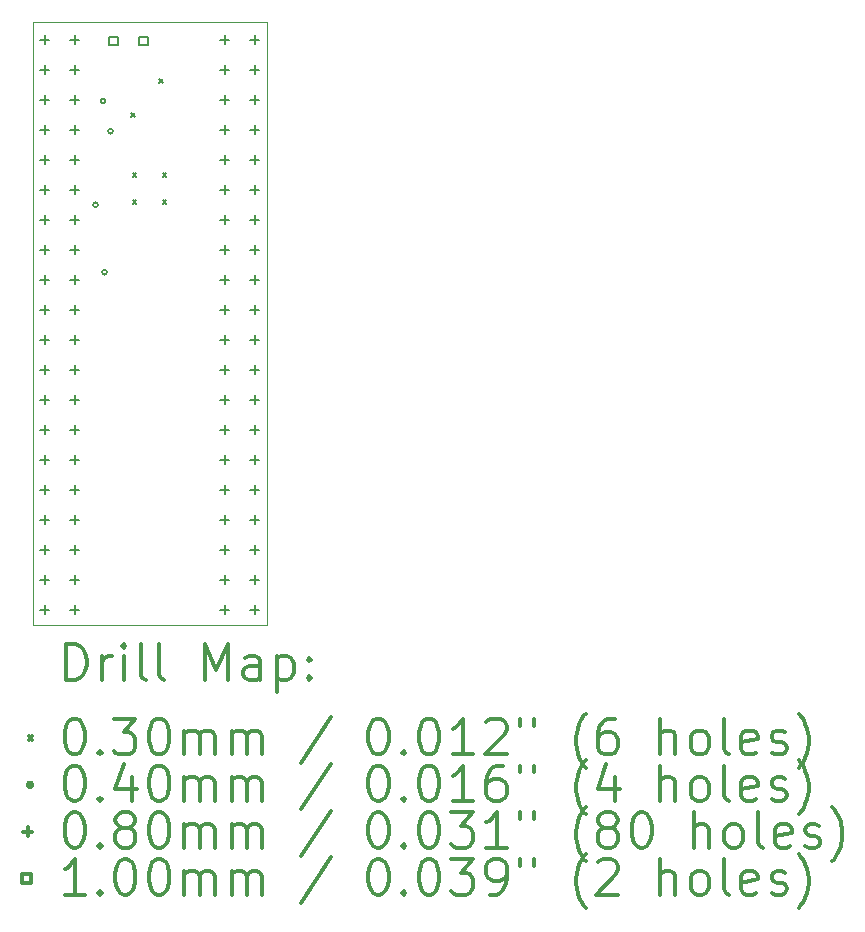
<source format=gbr>
%FSLAX45Y45*%
G04 Gerber Fmt 4.5, Leading zero omitted, Abs format (unit mm)*
G04 Created by KiCad (PCBNEW (5.1.2)-1) date 2020-03-13 04:35:33*
%MOMM*%
%LPD*%
G04 APERTURE LIST*
%ADD10C,0.010000*%
%ADD11C,0.200000*%
%ADD12C,0.300000*%
G04 APERTURE END LIST*
D10*
X7772400Y-4927600D02*
X7772400Y-10033000D01*
X9753600Y-10033000D02*
X7772400Y-10033000D01*
X9753600Y-4927600D02*
X9753600Y-10033000D01*
X7772400Y-4927600D02*
X9753600Y-4927600D01*
D11*
X8608300Y-5700000D02*
X8638300Y-5730000D01*
X8638300Y-5700000D02*
X8608300Y-5730000D01*
X8621000Y-6208000D02*
X8651000Y-6238000D01*
X8651000Y-6208000D02*
X8621000Y-6238000D01*
X8621000Y-6437500D02*
X8651000Y-6467500D01*
X8651000Y-6437500D02*
X8621000Y-6467500D01*
X8843250Y-5414250D02*
X8873250Y-5444250D01*
X8873250Y-5414250D02*
X8843250Y-5444250D01*
X8875000Y-6208000D02*
X8905000Y-6238000D01*
X8905000Y-6208000D02*
X8875000Y-6238000D01*
X8875450Y-6437050D02*
X8905450Y-6467050D01*
X8905450Y-6437050D02*
X8875450Y-6467050D01*
X8325800Y-6477000D02*
G75*
G03X8325800Y-6477000I-20000J0D01*
G01*
X8389300Y-5600700D02*
G75*
G03X8389300Y-5600700I-20000J0D01*
G01*
X8402000Y-7048500D02*
G75*
G03X8402000Y-7048500I-20000J0D01*
G01*
X8452800Y-5854700D02*
G75*
G03X8452800Y-5854700I-20000J0D01*
G01*
X8128000Y-5040000D02*
X8128000Y-5120000D01*
X8088000Y-5080000D02*
X8168000Y-5080000D01*
X8128000Y-5294000D02*
X8128000Y-5374000D01*
X8088000Y-5334000D02*
X8168000Y-5334000D01*
X8128000Y-5548000D02*
X8128000Y-5628000D01*
X8088000Y-5588000D02*
X8168000Y-5588000D01*
X8128000Y-5802000D02*
X8128000Y-5882000D01*
X8088000Y-5842000D02*
X8168000Y-5842000D01*
X8128000Y-6056000D02*
X8128000Y-6136000D01*
X8088000Y-6096000D02*
X8168000Y-6096000D01*
X8128000Y-6310000D02*
X8128000Y-6390000D01*
X8088000Y-6350000D02*
X8168000Y-6350000D01*
X8128000Y-6564000D02*
X8128000Y-6644000D01*
X8088000Y-6604000D02*
X8168000Y-6604000D01*
X8128000Y-6818000D02*
X8128000Y-6898000D01*
X8088000Y-6858000D02*
X8168000Y-6858000D01*
X8128000Y-7072000D02*
X8128000Y-7152000D01*
X8088000Y-7112000D02*
X8168000Y-7112000D01*
X8128000Y-7326000D02*
X8128000Y-7406000D01*
X8088000Y-7366000D02*
X8168000Y-7366000D01*
X8128000Y-7580000D02*
X8128000Y-7660000D01*
X8088000Y-7620000D02*
X8168000Y-7620000D01*
X8128000Y-7834000D02*
X8128000Y-7914000D01*
X8088000Y-7874000D02*
X8168000Y-7874000D01*
X8128000Y-8088000D02*
X8128000Y-8168000D01*
X8088000Y-8128000D02*
X8168000Y-8128000D01*
X8128000Y-8342000D02*
X8128000Y-8422000D01*
X8088000Y-8382000D02*
X8168000Y-8382000D01*
X8128000Y-8596000D02*
X8128000Y-8676000D01*
X8088000Y-8636000D02*
X8168000Y-8636000D01*
X8128000Y-8850000D02*
X8128000Y-8930000D01*
X8088000Y-8890000D02*
X8168000Y-8890000D01*
X8128000Y-9104000D02*
X8128000Y-9184000D01*
X8088000Y-9144000D02*
X8168000Y-9144000D01*
X8128000Y-9358000D02*
X8128000Y-9438000D01*
X8088000Y-9398000D02*
X8168000Y-9398000D01*
X8128000Y-9612000D02*
X8128000Y-9692000D01*
X8088000Y-9652000D02*
X8168000Y-9652000D01*
X8128000Y-9866000D02*
X8128000Y-9946000D01*
X8088000Y-9906000D02*
X8168000Y-9906000D01*
X9652000Y-5040000D02*
X9652000Y-5120000D01*
X9612000Y-5080000D02*
X9692000Y-5080000D01*
X9652000Y-5294000D02*
X9652000Y-5374000D01*
X9612000Y-5334000D02*
X9692000Y-5334000D01*
X9652000Y-5548000D02*
X9652000Y-5628000D01*
X9612000Y-5588000D02*
X9692000Y-5588000D01*
X9652000Y-5802000D02*
X9652000Y-5882000D01*
X9612000Y-5842000D02*
X9692000Y-5842000D01*
X9652000Y-6056000D02*
X9652000Y-6136000D01*
X9612000Y-6096000D02*
X9692000Y-6096000D01*
X9652000Y-6310000D02*
X9652000Y-6390000D01*
X9612000Y-6350000D02*
X9692000Y-6350000D01*
X9652000Y-6564000D02*
X9652000Y-6644000D01*
X9612000Y-6604000D02*
X9692000Y-6604000D01*
X9652000Y-6818000D02*
X9652000Y-6898000D01*
X9612000Y-6858000D02*
X9692000Y-6858000D01*
X9652000Y-7072000D02*
X9652000Y-7152000D01*
X9612000Y-7112000D02*
X9692000Y-7112000D01*
X9652000Y-7326000D02*
X9652000Y-7406000D01*
X9612000Y-7366000D02*
X9692000Y-7366000D01*
X9652000Y-7580000D02*
X9652000Y-7660000D01*
X9612000Y-7620000D02*
X9692000Y-7620000D01*
X9652000Y-7834000D02*
X9652000Y-7914000D01*
X9612000Y-7874000D02*
X9692000Y-7874000D01*
X9652000Y-8088000D02*
X9652000Y-8168000D01*
X9612000Y-8128000D02*
X9692000Y-8128000D01*
X9652000Y-8342000D02*
X9652000Y-8422000D01*
X9612000Y-8382000D02*
X9692000Y-8382000D01*
X9652000Y-8596000D02*
X9652000Y-8676000D01*
X9612000Y-8636000D02*
X9692000Y-8636000D01*
X9652000Y-8850000D02*
X9652000Y-8930000D01*
X9612000Y-8890000D02*
X9692000Y-8890000D01*
X9652000Y-9104000D02*
X9652000Y-9184000D01*
X9612000Y-9144000D02*
X9692000Y-9144000D01*
X9652000Y-9358000D02*
X9652000Y-9438000D01*
X9612000Y-9398000D02*
X9692000Y-9398000D01*
X9652000Y-9612000D02*
X9652000Y-9692000D01*
X9612000Y-9652000D02*
X9692000Y-9652000D01*
X9652000Y-9866000D02*
X9652000Y-9946000D01*
X9612000Y-9906000D02*
X9692000Y-9906000D01*
X7874000Y-5040000D02*
X7874000Y-5120000D01*
X7834000Y-5080000D02*
X7914000Y-5080000D01*
X7874000Y-5294000D02*
X7874000Y-5374000D01*
X7834000Y-5334000D02*
X7914000Y-5334000D01*
X7874000Y-5548000D02*
X7874000Y-5628000D01*
X7834000Y-5588000D02*
X7914000Y-5588000D01*
X7874000Y-5802000D02*
X7874000Y-5882000D01*
X7834000Y-5842000D02*
X7914000Y-5842000D01*
X7874000Y-6056000D02*
X7874000Y-6136000D01*
X7834000Y-6096000D02*
X7914000Y-6096000D01*
X7874000Y-6310000D02*
X7874000Y-6390000D01*
X7834000Y-6350000D02*
X7914000Y-6350000D01*
X7874000Y-6564000D02*
X7874000Y-6644000D01*
X7834000Y-6604000D02*
X7914000Y-6604000D01*
X7874000Y-6818000D02*
X7874000Y-6898000D01*
X7834000Y-6858000D02*
X7914000Y-6858000D01*
X7874000Y-7072000D02*
X7874000Y-7152000D01*
X7834000Y-7112000D02*
X7914000Y-7112000D01*
X7874000Y-7326000D02*
X7874000Y-7406000D01*
X7834000Y-7366000D02*
X7914000Y-7366000D01*
X7874000Y-7580000D02*
X7874000Y-7660000D01*
X7834000Y-7620000D02*
X7914000Y-7620000D01*
X7874000Y-7834000D02*
X7874000Y-7914000D01*
X7834000Y-7874000D02*
X7914000Y-7874000D01*
X7874000Y-8088000D02*
X7874000Y-8168000D01*
X7834000Y-8128000D02*
X7914000Y-8128000D01*
X7874000Y-8342000D02*
X7874000Y-8422000D01*
X7834000Y-8382000D02*
X7914000Y-8382000D01*
X7874000Y-8596000D02*
X7874000Y-8676000D01*
X7834000Y-8636000D02*
X7914000Y-8636000D01*
X7874000Y-8850000D02*
X7874000Y-8930000D01*
X7834000Y-8890000D02*
X7914000Y-8890000D01*
X7874000Y-9104000D02*
X7874000Y-9184000D01*
X7834000Y-9144000D02*
X7914000Y-9144000D01*
X7874000Y-9358000D02*
X7874000Y-9438000D01*
X7834000Y-9398000D02*
X7914000Y-9398000D01*
X7874000Y-9612000D02*
X7874000Y-9692000D01*
X7834000Y-9652000D02*
X7914000Y-9652000D01*
X7874000Y-9866000D02*
X7874000Y-9946000D01*
X7834000Y-9906000D02*
X7914000Y-9906000D01*
X9398000Y-5040000D02*
X9398000Y-5120000D01*
X9358000Y-5080000D02*
X9438000Y-5080000D01*
X9398000Y-5294000D02*
X9398000Y-5374000D01*
X9358000Y-5334000D02*
X9438000Y-5334000D01*
X9398000Y-5548000D02*
X9398000Y-5628000D01*
X9358000Y-5588000D02*
X9438000Y-5588000D01*
X9398000Y-5802000D02*
X9398000Y-5882000D01*
X9358000Y-5842000D02*
X9438000Y-5842000D01*
X9398000Y-6056000D02*
X9398000Y-6136000D01*
X9358000Y-6096000D02*
X9438000Y-6096000D01*
X9398000Y-6310000D02*
X9398000Y-6390000D01*
X9358000Y-6350000D02*
X9438000Y-6350000D01*
X9398000Y-6564000D02*
X9398000Y-6644000D01*
X9358000Y-6604000D02*
X9438000Y-6604000D01*
X9398000Y-6818000D02*
X9398000Y-6898000D01*
X9358000Y-6858000D02*
X9438000Y-6858000D01*
X9398000Y-7072000D02*
X9398000Y-7152000D01*
X9358000Y-7112000D02*
X9438000Y-7112000D01*
X9398000Y-7326000D02*
X9398000Y-7406000D01*
X9358000Y-7366000D02*
X9438000Y-7366000D01*
X9398000Y-7580000D02*
X9398000Y-7660000D01*
X9358000Y-7620000D02*
X9438000Y-7620000D01*
X9398000Y-7834000D02*
X9398000Y-7914000D01*
X9358000Y-7874000D02*
X9438000Y-7874000D01*
X9398000Y-8088000D02*
X9398000Y-8168000D01*
X9358000Y-8128000D02*
X9438000Y-8128000D01*
X9398000Y-8342000D02*
X9398000Y-8422000D01*
X9358000Y-8382000D02*
X9438000Y-8382000D01*
X9398000Y-8596000D02*
X9398000Y-8676000D01*
X9358000Y-8636000D02*
X9438000Y-8636000D01*
X9398000Y-8850000D02*
X9398000Y-8930000D01*
X9358000Y-8890000D02*
X9438000Y-8890000D01*
X9398000Y-9104000D02*
X9398000Y-9184000D01*
X9358000Y-9144000D02*
X9438000Y-9144000D01*
X9398000Y-9358000D02*
X9398000Y-9438000D01*
X9358000Y-9398000D02*
X9438000Y-9398000D01*
X9398000Y-9612000D02*
X9398000Y-9692000D01*
X9358000Y-9652000D02*
X9438000Y-9652000D01*
X9398000Y-9866000D02*
X9398000Y-9946000D01*
X9358000Y-9906000D02*
X9438000Y-9906000D01*
X8493556Y-5128056D02*
X8493556Y-5057344D01*
X8422844Y-5057344D01*
X8422844Y-5128056D01*
X8493556Y-5128056D01*
X8747556Y-5128056D02*
X8747556Y-5057344D01*
X8676844Y-5057344D01*
X8676844Y-5128056D01*
X8747556Y-5128056D01*
D12*
X8058328Y-10499214D02*
X8058328Y-10199214D01*
X8129757Y-10199214D01*
X8172614Y-10213500D01*
X8201186Y-10242072D01*
X8215471Y-10270643D01*
X8229757Y-10327786D01*
X8229757Y-10370643D01*
X8215471Y-10427786D01*
X8201186Y-10456357D01*
X8172614Y-10484929D01*
X8129757Y-10499214D01*
X8058328Y-10499214D01*
X8358328Y-10499214D02*
X8358328Y-10299214D01*
X8358328Y-10356357D02*
X8372614Y-10327786D01*
X8386900Y-10313500D01*
X8415471Y-10299214D01*
X8444043Y-10299214D01*
X8544043Y-10499214D02*
X8544043Y-10299214D01*
X8544043Y-10199214D02*
X8529757Y-10213500D01*
X8544043Y-10227786D01*
X8558328Y-10213500D01*
X8544043Y-10199214D01*
X8544043Y-10227786D01*
X8729757Y-10499214D02*
X8701186Y-10484929D01*
X8686900Y-10456357D01*
X8686900Y-10199214D01*
X8886900Y-10499214D02*
X8858328Y-10484929D01*
X8844043Y-10456357D01*
X8844043Y-10199214D01*
X9229757Y-10499214D02*
X9229757Y-10199214D01*
X9329757Y-10413500D01*
X9429757Y-10199214D01*
X9429757Y-10499214D01*
X9701186Y-10499214D02*
X9701186Y-10342072D01*
X9686900Y-10313500D01*
X9658328Y-10299214D01*
X9601186Y-10299214D01*
X9572614Y-10313500D01*
X9701186Y-10484929D02*
X9672614Y-10499214D01*
X9601186Y-10499214D01*
X9572614Y-10484929D01*
X9558328Y-10456357D01*
X9558328Y-10427786D01*
X9572614Y-10399214D01*
X9601186Y-10384929D01*
X9672614Y-10384929D01*
X9701186Y-10370643D01*
X9844043Y-10299214D02*
X9844043Y-10599214D01*
X9844043Y-10313500D02*
X9872614Y-10299214D01*
X9929757Y-10299214D01*
X9958328Y-10313500D01*
X9972614Y-10327786D01*
X9986900Y-10356357D01*
X9986900Y-10442072D01*
X9972614Y-10470643D01*
X9958328Y-10484929D01*
X9929757Y-10499214D01*
X9872614Y-10499214D01*
X9844043Y-10484929D01*
X10115471Y-10470643D02*
X10129757Y-10484929D01*
X10115471Y-10499214D01*
X10101186Y-10484929D01*
X10115471Y-10470643D01*
X10115471Y-10499214D01*
X10115471Y-10313500D02*
X10129757Y-10327786D01*
X10115471Y-10342072D01*
X10101186Y-10327786D01*
X10115471Y-10313500D01*
X10115471Y-10342072D01*
X7741900Y-10978500D02*
X7771900Y-11008500D01*
X7771900Y-10978500D02*
X7741900Y-11008500D01*
X8115471Y-10829214D02*
X8144043Y-10829214D01*
X8172614Y-10843500D01*
X8186900Y-10857786D01*
X8201186Y-10886357D01*
X8215471Y-10943500D01*
X8215471Y-11014929D01*
X8201186Y-11072072D01*
X8186900Y-11100643D01*
X8172614Y-11114929D01*
X8144043Y-11129214D01*
X8115471Y-11129214D01*
X8086900Y-11114929D01*
X8072614Y-11100643D01*
X8058328Y-11072072D01*
X8044043Y-11014929D01*
X8044043Y-10943500D01*
X8058328Y-10886357D01*
X8072614Y-10857786D01*
X8086900Y-10843500D01*
X8115471Y-10829214D01*
X8344043Y-11100643D02*
X8358328Y-11114929D01*
X8344043Y-11129214D01*
X8329757Y-11114929D01*
X8344043Y-11100643D01*
X8344043Y-11129214D01*
X8458328Y-10829214D02*
X8644043Y-10829214D01*
X8544043Y-10943500D01*
X8586900Y-10943500D01*
X8615471Y-10957786D01*
X8629757Y-10972072D01*
X8644043Y-11000643D01*
X8644043Y-11072072D01*
X8629757Y-11100643D01*
X8615471Y-11114929D01*
X8586900Y-11129214D01*
X8501186Y-11129214D01*
X8472614Y-11114929D01*
X8458328Y-11100643D01*
X8829757Y-10829214D02*
X8858328Y-10829214D01*
X8886900Y-10843500D01*
X8901186Y-10857786D01*
X8915471Y-10886357D01*
X8929757Y-10943500D01*
X8929757Y-11014929D01*
X8915471Y-11072072D01*
X8901186Y-11100643D01*
X8886900Y-11114929D01*
X8858328Y-11129214D01*
X8829757Y-11129214D01*
X8801186Y-11114929D01*
X8786900Y-11100643D01*
X8772614Y-11072072D01*
X8758328Y-11014929D01*
X8758328Y-10943500D01*
X8772614Y-10886357D01*
X8786900Y-10857786D01*
X8801186Y-10843500D01*
X8829757Y-10829214D01*
X9058328Y-11129214D02*
X9058328Y-10929214D01*
X9058328Y-10957786D02*
X9072614Y-10943500D01*
X9101186Y-10929214D01*
X9144043Y-10929214D01*
X9172614Y-10943500D01*
X9186900Y-10972072D01*
X9186900Y-11129214D01*
X9186900Y-10972072D02*
X9201186Y-10943500D01*
X9229757Y-10929214D01*
X9272614Y-10929214D01*
X9301186Y-10943500D01*
X9315471Y-10972072D01*
X9315471Y-11129214D01*
X9458328Y-11129214D02*
X9458328Y-10929214D01*
X9458328Y-10957786D02*
X9472614Y-10943500D01*
X9501186Y-10929214D01*
X9544043Y-10929214D01*
X9572614Y-10943500D01*
X9586900Y-10972072D01*
X9586900Y-11129214D01*
X9586900Y-10972072D02*
X9601186Y-10943500D01*
X9629757Y-10929214D01*
X9672614Y-10929214D01*
X9701186Y-10943500D01*
X9715471Y-10972072D01*
X9715471Y-11129214D01*
X10301186Y-10814929D02*
X10044043Y-11200643D01*
X10686900Y-10829214D02*
X10715471Y-10829214D01*
X10744043Y-10843500D01*
X10758328Y-10857786D01*
X10772614Y-10886357D01*
X10786900Y-10943500D01*
X10786900Y-11014929D01*
X10772614Y-11072072D01*
X10758328Y-11100643D01*
X10744043Y-11114929D01*
X10715471Y-11129214D01*
X10686900Y-11129214D01*
X10658328Y-11114929D01*
X10644043Y-11100643D01*
X10629757Y-11072072D01*
X10615471Y-11014929D01*
X10615471Y-10943500D01*
X10629757Y-10886357D01*
X10644043Y-10857786D01*
X10658328Y-10843500D01*
X10686900Y-10829214D01*
X10915471Y-11100643D02*
X10929757Y-11114929D01*
X10915471Y-11129214D01*
X10901186Y-11114929D01*
X10915471Y-11100643D01*
X10915471Y-11129214D01*
X11115471Y-10829214D02*
X11144043Y-10829214D01*
X11172614Y-10843500D01*
X11186900Y-10857786D01*
X11201186Y-10886357D01*
X11215471Y-10943500D01*
X11215471Y-11014929D01*
X11201186Y-11072072D01*
X11186900Y-11100643D01*
X11172614Y-11114929D01*
X11144043Y-11129214D01*
X11115471Y-11129214D01*
X11086900Y-11114929D01*
X11072614Y-11100643D01*
X11058328Y-11072072D01*
X11044043Y-11014929D01*
X11044043Y-10943500D01*
X11058328Y-10886357D01*
X11072614Y-10857786D01*
X11086900Y-10843500D01*
X11115471Y-10829214D01*
X11501186Y-11129214D02*
X11329757Y-11129214D01*
X11415471Y-11129214D02*
X11415471Y-10829214D01*
X11386900Y-10872072D01*
X11358328Y-10900643D01*
X11329757Y-10914929D01*
X11615471Y-10857786D02*
X11629757Y-10843500D01*
X11658328Y-10829214D01*
X11729757Y-10829214D01*
X11758328Y-10843500D01*
X11772614Y-10857786D01*
X11786900Y-10886357D01*
X11786900Y-10914929D01*
X11772614Y-10957786D01*
X11601186Y-11129214D01*
X11786900Y-11129214D01*
X11901186Y-10829214D02*
X11901186Y-10886357D01*
X12015471Y-10829214D02*
X12015471Y-10886357D01*
X12458328Y-11243500D02*
X12444043Y-11229214D01*
X12415471Y-11186357D01*
X12401186Y-11157786D01*
X12386900Y-11114929D01*
X12372614Y-11043500D01*
X12372614Y-10986357D01*
X12386900Y-10914929D01*
X12401186Y-10872072D01*
X12415471Y-10843500D01*
X12444043Y-10800643D01*
X12458328Y-10786357D01*
X12701186Y-10829214D02*
X12644043Y-10829214D01*
X12615471Y-10843500D01*
X12601186Y-10857786D01*
X12572614Y-10900643D01*
X12558328Y-10957786D01*
X12558328Y-11072072D01*
X12572614Y-11100643D01*
X12586900Y-11114929D01*
X12615471Y-11129214D01*
X12672614Y-11129214D01*
X12701186Y-11114929D01*
X12715471Y-11100643D01*
X12729757Y-11072072D01*
X12729757Y-11000643D01*
X12715471Y-10972072D01*
X12701186Y-10957786D01*
X12672614Y-10943500D01*
X12615471Y-10943500D01*
X12586900Y-10957786D01*
X12572614Y-10972072D01*
X12558328Y-11000643D01*
X13086900Y-11129214D02*
X13086900Y-10829214D01*
X13215471Y-11129214D02*
X13215471Y-10972072D01*
X13201186Y-10943500D01*
X13172614Y-10929214D01*
X13129757Y-10929214D01*
X13101186Y-10943500D01*
X13086900Y-10957786D01*
X13401186Y-11129214D02*
X13372614Y-11114929D01*
X13358328Y-11100643D01*
X13344043Y-11072072D01*
X13344043Y-10986357D01*
X13358328Y-10957786D01*
X13372614Y-10943500D01*
X13401186Y-10929214D01*
X13444043Y-10929214D01*
X13472614Y-10943500D01*
X13486900Y-10957786D01*
X13501186Y-10986357D01*
X13501186Y-11072072D01*
X13486900Y-11100643D01*
X13472614Y-11114929D01*
X13444043Y-11129214D01*
X13401186Y-11129214D01*
X13672614Y-11129214D02*
X13644043Y-11114929D01*
X13629757Y-11086357D01*
X13629757Y-10829214D01*
X13901186Y-11114929D02*
X13872614Y-11129214D01*
X13815471Y-11129214D01*
X13786900Y-11114929D01*
X13772614Y-11086357D01*
X13772614Y-10972072D01*
X13786900Y-10943500D01*
X13815471Y-10929214D01*
X13872614Y-10929214D01*
X13901186Y-10943500D01*
X13915471Y-10972072D01*
X13915471Y-11000643D01*
X13772614Y-11029214D01*
X14029757Y-11114929D02*
X14058328Y-11129214D01*
X14115471Y-11129214D01*
X14144043Y-11114929D01*
X14158328Y-11086357D01*
X14158328Y-11072072D01*
X14144043Y-11043500D01*
X14115471Y-11029214D01*
X14072614Y-11029214D01*
X14044043Y-11014929D01*
X14029757Y-10986357D01*
X14029757Y-10972072D01*
X14044043Y-10943500D01*
X14072614Y-10929214D01*
X14115471Y-10929214D01*
X14144043Y-10943500D01*
X14258328Y-11243500D02*
X14272614Y-11229214D01*
X14301186Y-11186357D01*
X14315471Y-11157786D01*
X14329757Y-11114929D01*
X14344043Y-11043500D01*
X14344043Y-10986357D01*
X14329757Y-10914929D01*
X14315471Y-10872072D01*
X14301186Y-10843500D01*
X14272614Y-10800643D01*
X14258328Y-10786357D01*
X7771900Y-11389500D02*
G75*
G03X7771900Y-11389500I-20000J0D01*
G01*
X8115471Y-11225214D02*
X8144043Y-11225214D01*
X8172614Y-11239500D01*
X8186900Y-11253786D01*
X8201186Y-11282357D01*
X8215471Y-11339500D01*
X8215471Y-11410929D01*
X8201186Y-11468071D01*
X8186900Y-11496643D01*
X8172614Y-11510929D01*
X8144043Y-11525214D01*
X8115471Y-11525214D01*
X8086900Y-11510929D01*
X8072614Y-11496643D01*
X8058328Y-11468071D01*
X8044043Y-11410929D01*
X8044043Y-11339500D01*
X8058328Y-11282357D01*
X8072614Y-11253786D01*
X8086900Y-11239500D01*
X8115471Y-11225214D01*
X8344043Y-11496643D02*
X8358328Y-11510929D01*
X8344043Y-11525214D01*
X8329757Y-11510929D01*
X8344043Y-11496643D01*
X8344043Y-11525214D01*
X8615471Y-11325214D02*
X8615471Y-11525214D01*
X8544043Y-11210929D02*
X8472614Y-11425214D01*
X8658328Y-11425214D01*
X8829757Y-11225214D02*
X8858328Y-11225214D01*
X8886900Y-11239500D01*
X8901186Y-11253786D01*
X8915471Y-11282357D01*
X8929757Y-11339500D01*
X8929757Y-11410929D01*
X8915471Y-11468071D01*
X8901186Y-11496643D01*
X8886900Y-11510929D01*
X8858328Y-11525214D01*
X8829757Y-11525214D01*
X8801186Y-11510929D01*
X8786900Y-11496643D01*
X8772614Y-11468071D01*
X8758328Y-11410929D01*
X8758328Y-11339500D01*
X8772614Y-11282357D01*
X8786900Y-11253786D01*
X8801186Y-11239500D01*
X8829757Y-11225214D01*
X9058328Y-11525214D02*
X9058328Y-11325214D01*
X9058328Y-11353786D02*
X9072614Y-11339500D01*
X9101186Y-11325214D01*
X9144043Y-11325214D01*
X9172614Y-11339500D01*
X9186900Y-11368071D01*
X9186900Y-11525214D01*
X9186900Y-11368071D02*
X9201186Y-11339500D01*
X9229757Y-11325214D01*
X9272614Y-11325214D01*
X9301186Y-11339500D01*
X9315471Y-11368071D01*
X9315471Y-11525214D01*
X9458328Y-11525214D02*
X9458328Y-11325214D01*
X9458328Y-11353786D02*
X9472614Y-11339500D01*
X9501186Y-11325214D01*
X9544043Y-11325214D01*
X9572614Y-11339500D01*
X9586900Y-11368071D01*
X9586900Y-11525214D01*
X9586900Y-11368071D02*
X9601186Y-11339500D01*
X9629757Y-11325214D01*
X9672614Y-11325214D01*
X9701186Y-11339500D01*
X9715471Y-11368071D01*
X9715471Y-11525214D01*
X10301186Y-11210929D02*
X10044043Y-11596643D01*
X10686900Y-11225214D02*
X10715471Y-11225214D01*
X10744043Y-11239500D01*
X10758328Y-11253786D01*
X10772614Y-11282357D01*
X10786900Y-11339500D01*
X10786900Y-11410929D01*
X10772614Y-11468071D01*
X10758328Y-11496643D01*
X10744043Y-11510929D01*
X10715471Y-11525214D01*
X10686900Y-11525214D01*
X10658328Y-11510929D01*
X10644043Y-11496643D01*
X10629757Y-11468071D01*
X10615471Y-11410929D01*
X10615471Y-11339500D01*
X10629757Y-11282357D01*
X10644043Y-11253786D01*
X10658328Y-11239500D01*
X10686900Y-11225214D01*
X10915471Y-11496643D02*
X10929757Y-11510929D01*
X10915471Y-11525214D01*
X10901186Y-11510929D01*
X10915471Y-11496643D01*
X10915471Y-11525214D01*
X11115471Y-11225214D02*
X11144043Y-11225214D01*
X11172614Y-11239500D01*
X11186900Y-11253786D01*
X11201186Y-11282357D01*
X11215471Y-11339500D01*
X11215471Y-11410929D01*
X11201186Y-11468071D01*
X11186900Y-11496643D01*
X11172614Y-11510929D01*
X11144043Y-11525214D01*
X11115471Y-11525214D01*
X11086900Y-11510929D01*
X11072614Y-11496643D01*
X11058328Y-11468071D01*
X11044043Y-11410929D01*
X11044043Y-11339500D01*
X11058328Y-11282357D01*
X11072614Y-11253786D01*
X11086900Y-11239500D01*
X11115471Y-11225214D01*
X11501186Y-11525214D02*
X11329757Y-11525214D01*
X11415471Y-11525214D02*
X11415471Y-11225214D01*
X11386900Y-11268071D01*
X11358328Y-11296643D01*
X11329757Y-11310929D01*
X11758328Y-11225214D02*
X11701186Y-11225214D01*
X11672614Y-11239500D01*
X11658328Y-11253786D01*
X11629757Y-11296643D01*
X11615471Y-11353786D01*
X11615471Y-11468071D01*
X11629757Y-11496643D01*
X11644043Y-11510929D01*
X11672614Y-11525214D01*
X11729757Y-11525214D01*
X11758328Y-11510929D01*
X11772614Y-11496643D01*
X11786900Y-11468071D01*
X11786900Y-11396643D01*
X11772614Y-11368071D01*
X11758328Y-11353786D01*
X11729757Y-11339500D01*
X11672614Y-11339500D01*
X11644043Y-11353786D01*
X11629757Y-11368071D01*
X11615471Y-11396643D01*
X11901186Y-11225214D02*
X11901186Y-11282357D01*
X12015471Y-11225214D02*
X12015471Y-11282357D01*
X12458328Y-11639500D02*
X12444043Y-11625214D01*
X12415471Y-11582357D01*
X12401186Y-11553786D01*
X12386900Y-11510929D01*
X12372614Y-11439500D01*
X12372614Y-11382357D01*
X12386900Y-11310929D01*
X12401186Y-11268071D01*
X12415471Y-11239500D01*
X12444043Y-11196643D01*
X12458328Y-11182357D01*
X12701186Y-11325214D02*
X12701186Y-11525214D01*
X12629757Y-11210929D02*
X12558328Y-11425214D01*
X12744043Y-11425214D01*
X13086900Y-11525214D02*
X13086900Y-11225214D01*
X13215471Y-11525214D02*
X13215471Y-11368071D01*
X13201186Y-11339500D01*
X13172614Y-11325214D01*
X13129757Y-11325214D01*
X13101186Y-11339500D01*
X13086900Y-11353786D01*
X13401186Y-11525214D02*
X13372614Y-11510929D01*
X13358328Y-11496643D01*
X13344043Y-11468071D01*
X13344043Y-11382357D01*
X13358328Y-11353786D01*
X13372614Y-11339500D01*
X13401186Y-11325214D01*
X13444043Y-11325214D01*
X13472614Y-11339500D01*
X13486900Y-11353786D01*
X13501186Y-11382357D01*
X13501186Y-11468071D01*
X13486900Y-11496643D01*
X13472614Y-11510929D01*
X13444043Y-11525214D01*
X13401186Y-11525214D01*
X13672614Y-11525214D02*
X13644043Y-11510929D01*
X13629757Y-11482357D01*
X13629757Y-11225214D01*
X13901186Y-11510929D02*
X13872614Y-11525214D01*
X13815471Y-11525214D01*
X13786900Y-11510929D01*
X13772614Y-11482357D01*
X13772614Y-11368071D01*
X13786900Y-11339500D01*
X13815471Y-11325214D01*
X13872614Y-11325214D01*
X13901186Y-11339500D01*
X13915471Y-11368071D01*
X13915471Y-11396643D01*
X13772614Y-11425214D01*
X14029757Y-11510929D02*
X14058328Y-11525214D01*
X14115471Y-11525214D01*
X14144043Y-11510929D01*
X14158328Y-11482357D01*
X14158328Y-11468071D01*
X14144043Y-11439500D01*
X14115471Y-11425214D01*
X14072614Y-11425214D01*
X14044043Y-11410929D01*
X14029757Y-11382357D01*
X14029757Y-11368071D01*
X14044043Y-11339500D01*
X14072614Y-11325214D01*
X14115471Y-11325214D01*
X14144043Y-11339500D01*
X14258328Y-11639500D02*
X14272614Y-11625214D01*
X14301186Y-11582357D01*
X14315471Y-11553786D01*
X14329757Y-11510929D01*
X14344043Y-11439500D01*
X14344043Y-11382357D01*
X14329757Y-11310929D01*
X14315471Y-11268071D01*
X14301186Y-11239500D01*
X14272614Y-11196643D01*
X14258328Y-11182357D01*
X7731900Y-11745500D02*
X7731900Y-11825500D01*
X7691900Y-11785500D02*
X7771900Y-11785500D01*
X8115471Y-11621214D02*
X8144043Y-11621214D01*
X8172614Y-11635500D01*
X8186900Y-11649786D01*
X8201186Y-11678357D01*
X8215471Y-11735500D01*
X8215471Y-11806929D01*
X8201186Y-11864071D01*
X8186900Y-11892643D01*
X8172614Y-11906929D01*
X8144043Y-11921214D01*
X8115471Y-11921214D01*
X8086900Y-11906929D01*
X8072614Y-11892643D01*
X8058328Y-11864071D01*
X8044043Y-11806929D01*
X8044043Y-11735500D01*
X8058328Y-11678357D01*
X8072614Y-11649786D01*
X8086900Y-11635500D01*
X8115471Y-11621214D01*
X8344043Y-11892643D02*
X8358328Y-11906929D01*
X8344043Y-11921214D01*
X8329757Y-11906929D01*
X8344043Y-11892643D01*
X8344043Y-11921214D01*
X8529757Y-11749786D02*
X8501186Y-11735500D01*
X8486900Y-11721214D01*
X8472614Y-11692643D01*
X8472614Y-11678357D01*
X8486900Y-11649786D01*
X8501186Y-11635500D01*
X8529757Y-11621214D01*
X8586900Y-11621214D01*
X8615471Y-11635500D01*
X8629757Y-11649786D01*
X8644043Y-11678357D01*
X8644043Y-11692643D01*
X8629757Y-11721214D01*
X8615471Y-11735500D01*
X8586900Y-11749786D01*
X8529757Y-11749786D01*
X8501186Y-11764071D01*
X8486900Y-11778357D01*
X8472614Y-11806929D01*
X8472614Y-11864071D01*
X8486900Y-11892643D01*
X8501186Y-11906929D01*
X8529757Y-11921214D01*
X8586900Y-11921214D01*
X8615471Y-11906929D01*
X8629757Y-11892643D01*
X8644043Y-11864071D01*
X8644043Y-11806929D01*
X8629757Y-11778357D01*
X8615471Y-11764071D01*
X8586900Y-11749786D01*
X8829757Y-11621214D02*
X8858328Y-11621214D01*
X8886900Y-11635500D01*
X8901186Y-11649786D01*
X8915471Y-11678357D01*
X8929757Y-11735500D01*
X8929757Y-11806929D01*
X8915471Y-11864071D01*
X8901186Y-11892643D01*
X8886900Y-11906929D01*
X8858328Y-11921214D01*
X8829757Y-11921214D01*
X8801186Y-11906929D01*
X8786900Y-11892643D01*
X8772614Y-11864071D01*
X8758328Y-11806929D01*
X8758328Y-11735500D01*
X8772614Y-11678357D01*
X8786900Y-11649786D01*
X8801186Y-11635500D01*
X8829757Y-11621214D01*
X9058328Y-11921214D02*
X9058328Y-11721214D01*
X9058328Y-11749786D02*
X9072614Y-11735500D01*
X9101186Y-11721214D01*
X9144043Y-11721214D01*
X9172614Y-11735500D01*
X9186900Y-11764071D01*
X9186900Y-11921214D01*
X9186900Y-11764071D02*
X9201186Y-11735500D01*
X9229757Y-11721214D01*
X9272614Y-11721214D01*
X9301186Y-11735500D01*
X9315471Y-11764071D01*
X9315471Y-11921214D01*
X9458328Y-11921214D02*
X9458328Y-11721214D01*
X9458328Y-11749786D02*
X9472614Y-11735500D01*
X9501186Y-11721214D01*
X9544043Y-11721214D01*
X9572614Y-11735500D01*
X9586900Y-11764071D01*
X9586900Y-11921214D01*
X9586900Y-11764071D02*
X9601186Y-11735500D01*
X9629757Y-11721214D01*
X9672614Y-11721214D01*
X9701186Y-11735500D01*
X9715471Y-11764071D01*
X9715471Y-11921214D01*
X10301186Y-11606929D02*
X10044043Y-11992643D01*
X10686900Y-11621214D02*
X10715471Y-11621214D01*
X10744043Y-11635500D01*
X10758328Y-11649786D01*
X10772614Y-11678357D01*
X10786900Y-11735500D01*
X10786900Y-11806929D01*
X10772614Y-11864071D01*
X10758328Y-11892643D01*
X10744043Y-11906929D01*
X10715471Y-11921214D01*
X10686900Y-11921214D01*
X10658328Y-11906929D01*
X10644043Y-11892643D01*
X10629757Y-11864071D01*
X10615471Y-11806929D01*
X10615471Y-11735500D01*
X10629757Y-11678357D01*
X10644043Y-11649786D01*
X10658328Y-11635500D01*
X10686900Y-11621214D01*
X10915471Y-11892643D02*
X10929757Y-11906929D01*
X10915471Y-11921214D01*
X10901186Y-11906929D01*
X10915471Y-11892643D01*
X10915471Y-11921214D01*
X11115471Y-11621214D02*
X11144043Y-11621214D01*
X11172614Y-11635500D01*
X11186900Y-11649786D01*
X11201186Y-11678357D01*
X11215471Y-11735500D01*
X11215471Y-11806929D01*
X11201186Y-11864071D01*
X11186900Y-11892643D01*
X11172614Y-11906929D01*
X11144043Y-11921214D01*
X11115471Y-11921214D01*
X11086900Y-11906929D01*
X11072614Y-11892643D01*
X11058328Y-11864071D01*
X11044043Y-11806929D01*
X11044043Y-11735500D01*
X11058328Y-11678357D01*
X11072614Y-11649786D01*
X11086900Y-11635500D01*
X11115471Y-11621214D01*
X11315471Y-11621214D02*
X11501186Y-11621214D01*
X11401186Y-11735500D01*
X11444043Y-11735500D01*
X11472614Y-11749786D01*
X11486900Y-11764071D01*
X11501186Y-11792643D01*
X11501186Y-11864071D01*
X11486900Y-11892643D01*
X11472614Y-11906929D01*
X11444043Y-11921214D01*
X11358328Y-11921214D01*
X11329757Y-11906929D01*
X11315471Y-11892643D01*
X11786900Y-11921214D02*
X11615471Y-11921214D01*
X11701186Y-11921214D02*
X11701186Y-11621214D01*
X11672614Y-11664071D01*
X11644043Y-11692643D01*
X11615471Y-11706929D01*
X11901186Y-11621214D02*
X11901186Y-11678357D01*
X12015471Y-11621214D02*
X12015471Y-11678357D01*
X12458328Y-12035500D02*
X12444043Y-12021214D01*
X12415471Y-11978357D01*
X12401186Y-11949786D01*
X12386900Y-11906929D01*
X12372614Y-11835500D01*
X12372614Y-11778357D01*
X12386900Y-11706929D01*
X12401186Y-11664071D01*
X12415471Y-11635500D01*
X12444043Y-11592643D01*
X12458328Y-11578357D01*
X12615471Y-11749786D02*
X12586900Y-11735500D01*
X12572614Y-11721214D01*
X12558328Y-11692643D01*
X12558328Y-11678357D01*
X12572614Y-11649786D01*
X12586900Y-11635500D01*
X12615471Y-11621214D01*
X12672614Y-11621214D01*
X12701186Y-11635500D01*
X12715471Y-11649786D01*
X12729757Y-11678357D01*
X12729757Y-11692643D01*
X12715471Y-11721214D01*
X12701186Y-11735500D01*
X12672614Y-11749786D01*
X12615471Y-11749786D01*
X12586900Y-11764071D01*
X12572614Y-11778357D01*
X12558328Y-11806929D01*
X12558328Y-11864071D01*
X12572614Y-11892643D01*
X12586900Y-11906929D01*
X12615471Y-11921214D01*
X12672614Y-11921214D01*
X12701186Y-11906929D01*
X12715471Y-11892643D01*
X12729757Y-11864071D01*
X12729757Y-11806929D01*
X12715471Y-11778357D01*
X12701186Y-11764071D01*
X12672614Y-11749786D01*
X12915471Y-11621214D02*
X12944043Y-11621214D01*
X12972614Y-11635500D01*
X12986900Y-11649786D01*
X13001186Y-11678357D01*
X13015471Y-11735500D01*
X13015471Y-11806929D01*
X13001186Y-11864071D01*
X12986900Y-11892643D01*
X12972614Y-11906929D01*
X12944043Y-11921214D01*
X12915471Y-11921214D01*
X12886900Y-11906929D01*
X12872614Y-11892643D01*
X12858328Y-11864071D01*
X12844043Y-11806929D01*
X12844043Y-11735500D01*
X12858328Y-11678357D01*
X12872614Y-11649786D01*
X12886900Y-11635500D01*
X12915471Y-11621214D01*
X13372614Y-11921214D02*
X13372614Y-11621214D01*
X13501186Y-11921214D02*
X13501186Y-11764071D01*
X13486900Y-11735500D01*
X13458328Y-11721214D01*
X13415471Y-11721214D01*
X13386900Y-11735500D01*
X13372614Y-11749786D01*
X13686900Y-11921214D02*
X13658328Y-11906929D01*
X13644043Y-11892643D01*
X13629757Y-11864071D01*
X13629757Y-11778357D01*
X13644043Y-11749786D01*
X13658328Y-11735500D01*
X13686900Y-11721214D01*
X13729757Y-11721214D01*
X13758328Y-11735500D01*
X13772614Y-11749786D01*
X13786900Y-11778357D01*
X13786900Y-11864071D01*
X13772614Y-11892643D01*
X13758328Y-11906929D01*
X13729757Y-11921214D01*
X13686900Y-11921214D01*
X13958328Y-11921214D02*
X13929757Y-11906929D01*
X13915471Y-11878357D01*
X13915471Y-11621214D01*
X14186900Y-11906929D02*
X14158328Y-11921214D01*
X14101186Y-11921214D01*
X14072614Y-11906929D01*
X14058328Y-11878357D01*
X14058328Y-11764071D01*
X14072614Y-11735500D01*
X14101186Y-11721214D01*
X14158328Y-11721214D01*
X14186900Y-11735500D01*
X14201186Y-11764071D01*
X14201186Y-11792643D01*
X14058328Y-11821214D01*
X14315471Y-11906929D02*
X14344043Y-11921214D01*
X14401186Y-11921214D01*
X14429757Y-11906929D01*
X14444043Y-11878357D01*
X14444043Y-11864071D01*
X14429757Y-11835500D01*
X14401186Y-11821214D01*
X14358328Y-11821214D01*
X14329757Y-11806929D01*
X14315471Y-11778357D01*
X14315471Y-11764071D01*
X14329757Y-11735500D01*
X14358328Y-11721214D01*
X14401186Y-11721214D01*
X14429757Y-11735500D01*
X14544043Y-12035500D02*
X14558328Y-12021214D01*
X14586900Y-11978357D01*
X14601186Y-11949786D01*
X14615471Y-11906929D01*
X14629757Y-11835500D01*
X14629757Y-11778357D01*
X14615471Y-11706929D01*
X14601186Y-11664071D01*
X14586900Y-11635500D01*
X14558328Y-11592643D01*
X14544043Y-11578357D01*
X7757256Y-12216856D02*
X7757256Y-12146144D01*
X7686544Y-12146144D01*
X7686544Y-12216856D01*
X7757256Y-12216856D01*
X8215471Y-12317214D02*
X8044043Y-12317214D01*
X8129757Y-12317214D02*
X8129757Y-12017214D01*
X8101186Y-12060071D01*
X8072614Y-12088643D01*
X8044043Y-12102929D01*
X8344043Y-12288643D02*
X8358328Y-12302929D01*
X8344043Y-12317214D01*
X8329757Y-12302929D01*
X8344043Y-12288643D01*
X8344043Y-12317214D01*
X8544043Y-12017214D02*
X8572614Y-12017214D01*
X8601186Y-12031500D01*
X8615471Y-12045786D01*
X8629757Y-12074357D01*
X8644043Y-12131500D01*
X8644043Y-12202929D01*
X8629757Y-12260071D01*
X8615471Y-12288643D01*
X8601186Y-12302929D01*
X8572614Y-12317214D01*
X8544043Y-12317214D01*
X8515471Y-12302929D01*
X8501186Y-12288643D01*
X8486900Y-12260071D01*
X8472614Y-12202929D01*
X8472614Y-12131500D01*
X8486900Y-12074357D01*
X8501186Y-12045786D01*
X8515471Y-12031500D01*
X8544043Y-12017214D01*
X8829757Y-12017214D02*
X8858328Y-12017214D01*
X8886900Y-12031500D01*
X8901186Y-12045786D01*
X8915471Y-12074357D01*
X8929757Y-12131500D01*
X8929757Y-12202929D01*
X8915471Y-12260071D01*
X8901186Y-12288643D01*
X8886900Y-12302929D01*
X8858328Y-12317214D01*
X8829757Y-12317214D01*
X8801186Y-12302929D01*
X8786900Y-12288643D01*
X8772614Y-12260071D01*
X8758328Y-12202929D01*
X8758328Y-12131500D01*
X8772614Y-12074357D01*
X8786900Y-12045786D01*
X8801186Y-12031500D01*
X8829757Y-12017214D01*
X9058328Y-12317214D02*
X9058328Y-12117214D01*
X9058328Y-12145786D02*
X9072614Y-12131500D01*
X9101186Y-12117214D01*
X9144043Y-12117214D01*
X9172614Y-12131500D01*
X9186900Y-12160071D01*
X9186900Y-12317214D01*
X9186900Y-12160071D02*
X9201186Y-12131500D01*
X9229757Y-12117214D01*
X9272614Y-12117214D01*
X9301186Y-12131500D01*
X9315471Y-12160071D01*
X9315471Y-12317214D01*
X9458328Y-12317214D02*
X9458328Y-12117214D01*
X9458328Y-12145786D02*
X9472614Y-12131500D01*
X9501186Y-12117214D01*
X9544043Y-12117214D01*
X9572614Y-12131500D01*
X9586900Y-12160071D01*
X9586900Y-12317214D01*
X9586900Y-12160071D02*
X9601186Y-12131500D01*
X9629757Y-12117214D01*
X9672614Y-12117214D01*
X9701186Y-12131500D01*
X9715471Y-12160071D01*
X9715471Y-12317214D01*
X10301186Y-12002929D02*
X10044043Y-12388643D01*
X10686900Y-12017214D02*
X10715471Y-12017214D01*
X10744043Y-12031500D01*
X10758328Y-12045786D01*
X10772614Y-12074357D01*
X10786900Y-12131500D01*
X10786900Y-12202929D01*
X10772614Y-12260071D01*
X10758328Y-12288643D01*
X10744043Y-12302929D01*
X10715471Y-12317214D01*
X10686900Y-12317214D01*
X10658328Y-12302929D01*
X10644043Y-12288643D01*
X10629757Y-12260071D01*
X10615471Y-12202929D01*
X10615471Y-12131500D01*
X10629757Y-12074357D01*
X10644043Y-12045786D01*
X10658328Y-12031500D01*
X10686900Y-12017214D01*
X10915471Y-12288643D02*
X10929757Y-12302929D01*
X10915471Y-12317214D01*
X10901186Y-12302929D01*
X10915471Y-12288643D01*
X10915471Y-12317214D01*
X11115471Y-12017214D02*
X11144043Y-12017214D01*
X11172614Y-12031500D01*
X11186900Y-12045786D01*
X11201186Y-12074357D01*
X11215471Y-12131500D01*
X11215471Y-12202929D01*
X11201186Y-12260071D01*
X11186900Y-12288643D01*
X11172614Y-12302929D01*
X11144043Y-12317214D01*
X11115471Y-12317214D01*
X11086900Y-12302929D01*
X11072614Y-12288643D01*
X11058328Y-12260071D01*
X11044043Y-12202929D01*
X11044043Y-12131500D01*
X11058328Y-12074357D01*
X11072614Y-12045786D01*
X11086900Y-12031500D01*
X11115471Y-12017214D01*
X11315471Y-12017214D02*
X11501186Y-12017214D01*
X11401186Y-12131500D01*
X11444043Y-12131500D01*
X11472614Y-12145786D01*
X11486900Y-12160071D01*
X11501186Y-12188643D01*
X11501186Y-12260071D01*
X11486900Y-12288643D01*
X11472614Y-12302929D01*
X11444043Y-12317214D01*
X11358328Y-12317214D01*
X11329757Y-12302929D01*
X11315471Y-12288643D01*
X11644043Y-12317214D02*
X11701186Y-12317214D01*
X11729757Y-12302929D01*
X11744043Y-12288643D01*
X11772614Y-12245786D01*
X11786900Y-12188643D01*
X11786900Y-12074357D01*
X11772614Y-12045786D01*
X11758328Y-12031500D01*
X11729757Y-12017214D01*
X11672614Y-12017214D01*
X11644043Y-12031500D01*
X11629757Y-12045786D01*
X11615471Y-12074357D01*
X11615471Y-12145786D01*
X11629757Y-12174357D01*
X11644043Y-12188643D01*
X11672614Y-12202929D01*
X11729757Y-12202929D01*
X11758328Y-12188643D01*
X11772614Y-12174357D01*
X11786900Y-12145786D01*
X11901186Y-12017214D02*
X11901186Y-12074357D01*
X12015471Y-12017214D02*
X12015471Y-12074357D01*
X12458328Y-12431500D02*
X12444043Y-12417214D01*
X12415471Y-12374357D01*
X12401186Y-12345786D01*
X12386900Y-12302929D01*
X12372614Y-12231500D01*
X12372614Y-12174357D01*
X12386900Y-12102929D01*
X12401186Y-12060071D01*
X12415471Y-12031500D01*
X12444043Y-11988643D01*
X12458328Y-11974357D01*
X12558328Y-12045786D02*
X12572614Y-12031500D01*
X12601186Y-12017214D01*
X12672614Y-12017214D01*
X12701186Y-12031500D01*
X12715471Y-12045786D01*
X12729757Y-12074357D01*
X12729757Y-12102929D01*
X12715471Y-12145786D01*
X12544043Y-12317214D01*
X12729757Y-12317214D01*
X13086900Y-12317214D02*
X13086900Y-12017214D01*
X13215471Y-12317214D02*
X13215471Y-12160071D01*
X13201186Y-12131500D01*
X13172614Y-12117214D01*
X13129757Y-12117214D01*
X13101186Y-12131500D01*
X13086900Y-12145786D01*
X13401186Y-12317214D02*
X13372614Y-12302929D01*
X13358328Y-12288643D01*
X13344043Y-12260071D01*
X13344043Y-12174357D01*
X13358328Y-12145786D01*
X13372614Y-12131500D01*
X13401186Y-12117214D01*
X13444043Y-12117214D01*
X13472614Y-12131500D01*
X13486900Y-12145786D01*
X13501186Y-12174357D01*
X13501186Y-12260071D01*
X13486900Y-12288643D01*
X13472614Y-12302929D01*
X13444043Y-12317214D01*
X13401186Y-12317214D01*
X13672614Y-12317214D02*
X13644043Y-12302929D01*
X13629757Y-12274357D01*
X13629757Y-12017214D01*
X13901186Y-12302929D02*
X13872614Y-12317214D01*
X13815471Y-12317214D01*
X13786900Y-12302929D01*
X13772614Y-12274357D01*
X13772614Y-12160071D01*
X13786900Y-12131500D01*
X13815471Y-12117214D01*
X13872614Y-12117214D01*
X13901186Y-12131500D01*
X13915471Y-12160071D01*
X13915471Y-12188643D01*
X13772614Y-12217214D01*
X14029757Y-12302929D02*
X14058328Y-12317214D01*
X14115471Y-12317214D01*
X14144043Y-12302929D01*
X14158328Y-12274357D01*
X14158328Y-12260071D01*
X14144043Y-12231500D01*
X14115471Y-12217214D01*
X14072614Y-12217214D01*
X14044043Y-12202929D01*
X14029757Y-12174357D01*
X14029757Y-12160071D01*
X14044043Y-12131500D01*
X14072614Y-12117214D01*
X14115471Y-12117214D01*
X14144043Y-12131500D01*
X14258328Y-12431500D02*
X14272614Y-12417214D01*
X14301186Y-12374357D01*
X14315471Y-12345786D01*
X14329757Y-12302929D01*
X14344043Y-12231500D01*
X14344043Y-12174357D01*
X14329757Y-12102929D01*
X14315471Y-12060071D01*
X14301186Y-12031500D01*
X14272614Y-11988643D01*
X14258328Y-11974357D01*
M02*

</source>
